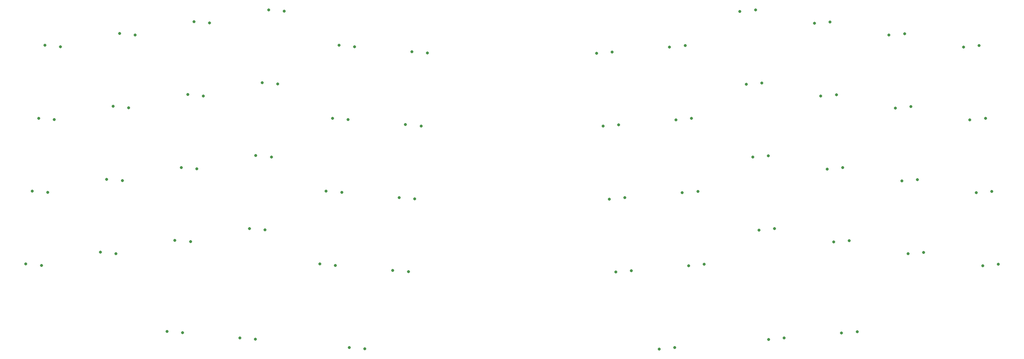
<source format=gbr>
%TF.GenerationSoftware,KiCad,Pcbnew,9.0.2*%
%TF.CreationDate,2025-06-04T11:45:29-06:00*%
%TF.ProjectId,chasm-v4,63686173-6d2d-4763-942e-6b696361645f,v1.0.0*%
%TF.SameCoordinates,Original*%
%TF.FileFunction,Paste,Bot*%
%TF.FilePolarity,Positive*%
%FSLAX46Y46*%
G04 Gerber Fmt 4.6, Leading zero omitted, Abs format (unit mm)*
G04 Created by KiCad (PCBNEW 9.0.2) date 2025-06-04 11:45:29*
%MOMM*%
%LPD*%
G01*
G04 APERTURE LIST*
%ADD10C,0.800000*%
G04 APERTURE END LIST*
D10*
%TO.C,S1*%
X101537283Y-102794617D03*
X97278551Y-102422027D03*
%TD*%
%TO.C,S2*%
X103280398Y-82870723D03*
X99021666Y-82498133D03*
%TD*%
%TO.C,S3*%
X105023513Y-62946829D03*
X100764781Y-62574239D03*
%TD*%
%TO.C,S4*%
X106766628Y-43022935D03*
X102507896Y-42650345D03*
%TD*%
%TO.C,S5*%
X121896956Y-99556758D03*
X117638224Y-99184168D03*
%TD*%
%TO.C,S6*%
X123640071Y-79632864D03*
X119381339Y-79260274D03*
%TD*%
%TO.C,S7*%
X125383186Y-59708970D03*
X121124454Y-59336380D03*
%TD*%
%TO.C,S8*%
X127126300Y-39785076D03*
X122867568Y-39412486D03*
%TD*%
%TO.C,S9*%
X142256628Y-96318900D03*
X137997896Y-95946310D03*
%TD*%
%TO.C,S10*%
X143999743Y-76395006D03*
X139741011Y-76022416D03*
%TD*%
%TO.C,S11*%
X145742858Y-56471112D03*
X141484126Y-56098522D03*
%TD*%
%TO.C,S12*%
X147485973Y-36547218D03*
X143227241Y-36174628D03*
%TD*%
%TO.C,S13*%
X162616301Y-93081041D03*
X158357569Y-92708451D03*
%TD*%
%TO.C,S14*%
X164359416Y-73157147D03*
X160100684Y-72784557D03*
%TD*%
%TO.C,S15*%
X166102531Y-53233253D03*
X161843799Y-52860663D03*
%TD*%
%TO.C,S16*%
X167845646Y-33309359D03*
X163586914Y-32936769D03*
%TD*%
%TO.C,S17*%
X181842949Y-102793714D03*
X177584217Y-102421124D03*
%TD*%
%TO.C,S18*%
X183586064Y-82869819D03*
X179327332Y-82497229D03*
%TD*%
%TO.C,S19*%
X185329179Y-62945925D03*
X181070447Y-62573335D03*
%TD*%
%TO.C,S20*%
X187072294Y-43022031D03*
X182813562Y-42649441D03*
%TD*%
%TO.C,S21*%
X201766843Y-104536828D03*
X197508111Y-104164238D03*
%TD*%
%TO.C,S22*%
X203509958Y-84612934D03*
X199251226Y-84240344D03*
%TD*%
%TO.C,S23*%
X205253073Y-64689040D03*
X200994341Y-64316450D03*
%TD*%
%TO.C,S24*%
X206996188Y-44765146D03*
X202737456Y-44392556D03*
%TD*%
%TO.C,S25*%
X140077735Y-121223767D03*
X135819003Y-120851177D03*
%TD*%
%TO.C,S26*%
X160001629Y-122966882D03*
X155742897Y-122594292D03*
%TD*%
%TO.C,S27*%
X189887470Y-125581554D03*
X185628738Y-125208964D03*
%TD*%
%TO.C,S28*%
X362917017Y-102485215D03*
X358658285Y-102857805D03*
%TD*%
%TO.C,S29*%
X361173903Y-82561321D03*
X356915171Y-82933911D03*
%TD*%
%TO.C,S30*%
X359430788Y-62637427D03*
X355172056Y-63010017D03*
%TD*%
%TO.C,S31*%
X357687673Y-42713533D03*
X353428941Y-43086123D03*
%TD*%
%TO.C,S32*%
X342557345Y-99247356D03*
X338298613Y-99619946D03*
%TD*%
%TO.C,S33*%
X340814230Y-79323462D03*
X336555498Y-79696052D03*
%TD*%
%TO.C,S34*%
X339071115Y-59399568D03*
X334812383Y-59772158D03*
%TD*%
%TO.C,S35*%
X337328000Y-39475674D03*
X333069268Y-39848264D03*
%TD*%
%TO.C,S36*%
X322197672Y-96009498D03*
X317938940Y-96382088D03*
%TD*%
%TO.C,S37*%
X320454557Y-76085604D03*
X316195825Y-76458194D03*
%TD*%
%TO.C,S38*%
X318711442Y-56161710D03*
X314452710Y-56534300D03*
%TD*%
%TO.C,S39*%
X316968327Y-36237816D03*
X312709595Y-36610406D03*
%TD*%
%TO.C,S40*%
X301837999Y-92771639D03*
X297579267Y-93144229D03*
%TD*%
%TO.C,S41*%
X300094884Y-72847745D03*
X295836152Y-73220335D03*
%TD*%
%TO.C,S42*%
X298351770Y-52923851D03*
X294093038Y-53296441D03*
%TD*%
%TO.C,S43*%
X296608655Y-32999957D03*
X292349923Y-33372547D03*
%TD*%
%TO.C,S44*%
X282611351Y-102484312D03*
X278352619Y-102856902D03*
%TD*%
%TO.C,S45*%
X280868236Y-82560417D03*
X276609504Y-82933007D03*
%TD*%
%TO.C,S46*%
X279125122Y-62636523D03*
X274866390Y-63009113D03*
%TD*%
%TO.C,S47*%
X277382007Y-42712629D03*
X273123275Y-43085219D03*
%TD*%
%TO.C,S48*%
X262687457Y-104227426D03*
X258428725Y-104600016D03*
%TD*%
%TO.C,S49*%
X260944343Y-84303532D03*
X256685611Y-84676122D03*
%TD*%
%TO.C,S50*%
X259201228Y-64379638D03*
X254942496Y-64752228D03*
%TD*%
%TO.C,S51*%
X257458113Y-44455744D03*
X253199381Y-44828334D03*
%TD*%
%TO.C,S52*%
X324376566Y-120914365D03*
X320117834Y-121286955D03*
%TD*%
%TO.C,S53*%
X304452672Y-122657480D03*
X300193940Y-123030070D03*
%TD*%
%TO.C,S54*%
X274566831Y-125272152D03*
X270308099Y-125644742D03*
%TD*%
M02*

</source>
